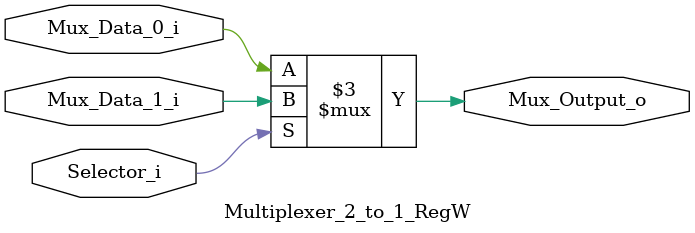
<source format=v>


module Multiplexer_2_to_1_RegW
(   
	input Selector_i,
	input  Mux_Data_0_i,
	input  Mux_Data_1_i,
	
	output reg Mux_Output_o

);

	always@(Selector_i ,Mux_Data_1_i ,Mux_Data_0_i) begin
		if(Selector_i)
			Mux_Output_o = Mux_Data_1_i;
		else
			Mux_Output_o = Mux_Data_0_i;
	end

endmodule
</source>
